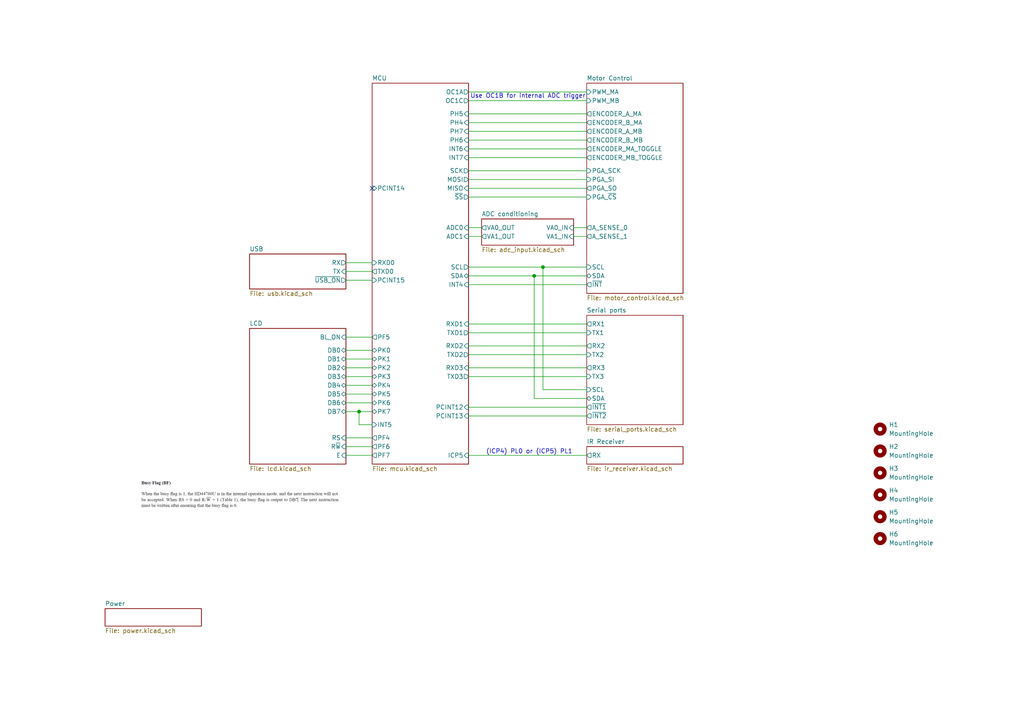
<source format=kicad_sch>
(kicad_sch (version 20250114) (generator "eeschema") (generator_version "9.0")
  (paper "A4")
  (title_block (date "mar. 31 mars 2015"))
  (lib_symbols
    (symbol "Mechanical:MountingHole" (pin_names (offset 1.016)) (in_bom no)
      (property "Reference" "H" (at 0 5.08 0))
      (property "Value" "MountingHole" (at 0 3.175 0))
      (symbol "MountingHole_0_1"
        (circle (center 0 0) (radius 1.27) (stroke (width 1.27)))
      )
    )
  )
  (text "Use OC1B for internal ADC trigger" (at 136.398 27.94 0) (effects (font (size 1.27 1.27)) (justify left)))
  (text "(ICP4) PL0 or (ICP5) PL1" (at 140.97 131.064 0) (effects (font (size 1.27 1.27)) (justify left)))
  (junction (at 154.94 80.01))
  (junction (at 104.14 119.38))
  (junction (at 157.48 77.47))
  (no_connect (at 107.95 54.61))
  (wire (pts (xy 100.33 129.54) (xy 107.95 129.54)))
  (wire (pts (xy 100.33 81.28) (xy 107.95 81.28)))
  (wire (pts (xy 135.89 82.55) (xy 170.18 82.55)))
  (wire (pts (xy 135.89 96.52) (xy 170.18 96.52)))
  (wire (pts (xy 135.89 66.04) (xy 139.7 66.04)))
  (wire (pts (xy 157.48 113.03) (xy 157.48 77.47)))
  (wire (pts (xy 157.48 77.47) (xy 170.18 77.47)))
  (wire (pts (xy 100.33 109.22) (xy 107.95 109.22)))
  (wire (pts (xy 135.89 29.21) (xy 170.18 29.21)))
  (wire (pts (xy 135.89 40.64) (xy 170.18 40.64)))
  (wire (pts (xy 166.37 68.58) (xy 170.18 68.58)))
  (wire (pts (xy 135.89 38.1) (xy 170.18 38.1)))
  (wire (pts (xy 104.14 123.19) (xy 104.14 119.38)))
  (wire (pts (xy 100.33 101.6) (xy 107.95 101.6)))
  (wire (pts (xy 135.89 93.98) (xy 170.18 93.98)))
  (wire (pts (xy 100.33 78.74) (xy 107.95 78.74)))
  (wire (pts (xy 100.33 111.76) (xy 107.95 111.76)))
  (wire (pts (xy 135.89 49.53) (xy 170.18 49.53)))
  (wire (pts (xy 135.89 132.08) (xy 170.18 132.08)))
  (wire (pts (xy 135.89 120.65) (xy 170.18 120.65)))
  (wire (pts (xy 135.89 77.47) (xy 157.48 77.47)))
  (wire (pts (xy 135.89 43.18) (xy 170.18 43.18)))
  (wire (pts (xy 135.89 109.22) (xy 170.18 109.22)))
  (wire (pts (xy 135.89 100.33) (xy 170.18 100.33)))
  (wire (pts (xy 135.89 54.61) (xy 170.18 54.61)))
  (wire (pts (xy 135.89 106.68) (xy 170.18 106.68)))
  (wire (pts (xy 100.33 104.14) (xy 107.95 104.14)))
  (wire (pts (xy 100.33 127) (xy 107.95 127)))
  (wire (pts (xy 135.89 80.01) (xy 154.94 80.01)))
  (wire (pts (xy 135.89 35.56) (xy 170.18 35.56)))
  (wire (pts (xy 104.14 119.38) (xy 107.95 119.38)))
  (wire (pts (xy 100.33 119.38) (xy 104.14 119.38)))
  (wire (pts (xy 135.89 52.07) (xy 170.18 52.07)))
  (wire (pts (xy 100.33 114.3) (xy 107.95 114.3)))
  (wire (pts (xy 107.95 123.19) (xy 104.14 123.19)))
  (wire (pts (xy 157.48 113.03) (xy 170.18 113.03)))
  (wire (pts (xy 154.94 80.01) (xy 170.18 80.01)))
  (wire (pts (xy 135.89 68.58) (xy 139.7 68.58)))
  (wire (pts (xy 154.94 115.57) (xy 170.18 115.57)))
  (wire (pts (xy 100.33 132.08) (xy 107.95 132.08)))
  (wire (pts (xy 100.33 97.79) (xy 107.95 97.79)))
  (wire (pts (xy 135.89 118.11) (xy 170.18 118.11)))
  (wire (pts (xy 100.33 76.2) (xy 107.95 76.2)))
  (wire (pts (xy 100.33 106.68) (xy 107.95 106.68)))
  (wire (pts (xy 154.94 115.57) (xy 154.94 80.01)))
  (wire (pts (xy 135.89 57.15) (xy 170.18 57.15)))
  (wire (pts (xy 100.33 116.84) (xy 107.95 116.84)))
  (wire (pts (xy 135.89 45.72) (xy 170.18 45.72)))
  (wire (pts (xy 135.89 26.67) (xy 170.18 26.67)))
  (wire (pts (xy 135.89 102.87) (xy 170.18 102.87)))
  (wire (pts (xy 166.37 66.04) (xy 170.18 66.04)))
  (wire (pts (xy 135.89 33.02) (xy 170.18 33.02)))
  (image (at 69.85 143.51) (scale 0.679773))
  (symbol (lib_id "Mechanical:MountingHole") (at 255.27 156.21 0) (unit 1) (in_bom no)
    (property "Reference" "H6" (at 257.81 154.9399 0) (effects (justify left)))
    (property "Value" "MountingHole" (at 257.81 157.4799 0) (effects (justify left)))
    (property "Footprint" "MountingHole:MountingHole_3.2mm_M3" (effects (hide yes)))
    (property "Description" "Mounting Hole without connection" (effects (hide yes)))
  )
  (symbol (lib_id "Mechanical:MountingHole") (at 255.27 124.46 0) (unit 1) (in_bom no)
    (property "Reference" "H1" (at 257.81 123.1899 0) (effects (justify left)))
    (property "Value" "MountingHole" (at 257.81 125.7299 0) (effects (justify left)))
    (property "Footprint" "MountingHole:MountingHole_3.2mm_M3" (effects (hide yes)))
    (property "Description" "Mounting Hole without connection" (effects (hide yes)))
  )
  (symbol (lib_id "Mechanical:MountingHole") (at 255.27 137.16 0) (unit 1) (in_bom no)
    (property "Reference" "H3" (at 257.81 135.8899 0) (effects (justify left)))
    (property "Value" "MountingHole" (at 257.81 138.4299 0) (effects (justify left)))
    (property "Footprint" "MountingHole:MountingHole_3.2mm_M3" (effects (hide yes)))
    (property "Description" "Mounting Hole without connection" (effects (hide yes)))
  )
  (symbol (lib_id "Mechanical:MountingHole") (at 255.27 130.81 0) (unit 1) (in_bom no)
    (property "Reference" "H2" (at 257.81 129.5399 0) (effects (justify left)))
    (property "Value" "MountingHole" (at 257.81 132.0799 0) (effects (justify left)))
    (property "Footprint" "MountingHole:MountingHole_3.2mm_M3" (effects (hide yes)))
    (property "Description" "Mounting Hole without connection" (effects (hide yes)))
  )
  (symbol (lib_id "Mechanical:MountingHole") (at 255.27 143.51 0) (unit 1) (in_bom no)
    (property "Reference" "H4" (at 257.81 142.2399 0) (effects (justify left)))
    (property "Value" "MountingHole" (at 257.81 144.7799 0) (effects (justify left)))
    (property "Footprint" "MountingHole:MountingHole_3.2mm_M3" (effects (hide yes)))
    (property "Description" "Mounting Hole without connection" (effects (hide yes)))
  )
  (symbol (lib_id "Mechanical:MountingHole") (at 255.27 149.86 0) (unit 1) (in_bom no)
    (property "Reference" "H5" (at 257.81 148.5899 0) (effects (justify left)))
    (property "Value" "MountingHole" (at 257.81 151.1299 0) (effects (justify left)))
    (property "Footprint" "MountingHole:MountingHole_3.2mm_M3" (effects (hide yes)))
    (property "Description" "Mounting Hole without connection" (effects (hide yes)))
  )
  (sheet (at 170.18 129.54) (size 27.94 5.08) (stroke (width 0.1524))
    (property "Sheetname" "IR Receiver" (at 170.18 128.8284 0) (effects (justify left bottom)))
    (property "Sheetfile" "ir_receiver.kicad_sch" (at 170.18 135.2046 0) (effects (justify left top)))
    (pin "RX" output (at 170.18 132.08 180))
  )
  (sheet (at 139.7 63.5) (size 26.67 7.62) (stroke (width 0.1524))
    (property "Sheetname" "ADC conditioning" (at 139.7 62.7884 0) (effects (justify left bottom)))
    (property "Sheetfile" "adc_input.kicad_sch" (at 139.7 71.7046 0) (effects (justify left top)))
    (pin "VA0_IN" input (at 166.37 66.04 0))
    (pin "VA0_OUT" output (at 139.7 66.04 180))
    (pin "VA1_IN" input (at 166.37 68.58 0))
    (pin "VA1_OUT" output (at 139.7 68.58 180))
  )
  (sheet (at 107.95 24.13) (size 27.94 110.49) (stroke (width 0.1524))
    (property "Sheetname" "MCU" (at 107.95 23.4184 0) (effects (justify left bottom)))
    (property "Sheetfile" "mcu.kicad_sch" (at 107.95 135.2046 0) (effects (justify left top)))
    (pin "OC1A" output (at 135.89 26.67 0))
    (pin "OC1C" output (at 135.89 29.21 0))
    (pin "ADC0" input (at 135.89 66.04 0))
    (pin "ADC1" input (at 135.89 68.58 0))
    (pin "MISO" input (at 135.89 54.61 0))
    (pin "MOSI" output (at 135.89 52.07 0))
    (pin "SCK" output (at 135.89 49.53 0))
    (pin "SCL" output (at 135.89 77.47 0))
    (pin "SDA" bidirectional (at 135.89 80.01 0))
    (pin "RXD1" input (at 135.89 93.98 0))
    (pin "RXD2" input (at 135.89 100.33 0))
    (pin "RXD3" input (at 135.89 106.68 0))
    (pin "TXD1" output (at 135.89 96.52 0))
    (pin "TXD2" output (at 135.89 102.87 0))
    (pin "TXD3" output (at 135.89 109.22 0))
    (pin "~{SS}" output (at 135.89 57.15 0))
    (pin "RXD0" input (at 107.95 76.2 180))
    (pin "TXD0" output (at 107.95 78.74 180))
    (pin "INT5" input (at 107.95 123.19 180))
    (pin "INT6" input (at 135.89 43.18 0))
    (pin "INT7" input (at 135.89 45.72 0))
    (pin "PK0" bidirectional (at 107.95 101.6 180))
    (pin "PK1" bidirectional (at 107.95 104.14 180))
    (pin "PK2" bidirectional (at 107.95 106.68 180))
    (pin "PK3" bidirectional (at 107.95 109.22 180))
    (pin "PK4" bidirectional (at 107.95 111.76 180))
    (pin "PK5" bidirectional (at 107.95 114.3 180))
    (pin "PK6" bidirectional (at 107.95 116.84 180))
    (pin "PK7" bidirectional (at 107.95 119.38 180))
    (pin "INT4" input (at 135.89 82.55 0))
    (pin "PCINT12" input (at 135.89 118.11 0))
    (pin "PCINT13" input (at 135.89 120.65 0))
    (pin "PCINT14" input (at 107.95 54.61 180))
    (pin "PCINT15" input (at 107.95 81.28 180))
    (pin "PH4" input (at 135.89 35.56 0))
    (pin "PH5" input (at 135.89 33.02 0))
    (pin "PH6" input (at 135.89 40.64 0))
    (pin "PH7" input (at 135.89 38.1 0))
    (pin "PF4" output (at 107.95 127 180))
    (pin "PF5" output (at 107.95 97.79 180))
    (pin "PF6" output (at 107.95 129.54 180))
    (pin "PF7" output (at 107.95 132.08 180))
    (pin "ICP5" input (at 135.89 132.08 0))
  )
  (sheet (at 72.39 73.66) (size 27.94 10.16) (stroke (width 0.1524))
    (property "Sheetname" "USB" (at 72.39 72.9484 0) (effects (justify left bottom)))
    (property "Sheetfile" "usb.kicad_sch" (at 72.39 84.4046 0) (effects (justify left top)))
    (pin "~{USB_ON}" output (at 100.33 81.28 0))
    (pin "RX" output (at 100.33 76.2 0))
    (pin "TX" input (at 100.33 78.74 0))
  )
  (sheet (at 170.18 91.44) (size 27.94 31.75) (stroke (width 0.1524))
    (property "Sheetname" "Serial ports" (at 170.18 90.7284 0) (effects (justify left bottom)))
    (property "Sheetfile" "serial_ports.kicad_sch" (at 170.18 123.7746 0) (effects (justify left top)))
    (pin "RX1" output (at 170.18 93.98 180))
    (pin "SCL" input (at 170.18 113.03 180))
    (pin "SDA" bidirectional (at 170.18 115.57 180))
    (pin "TX1" input (at 170.18 96.52 180))
    (pin "RX2" output (at 170.18 100.33 180))
    (pin "TX2" input (at 170.18 102.87 180))
    (pin "RX3" output (at 170.18 106.68 180))
    (pin "TX3" input (at 170.18 109.22 180))
    (pin "~{INT1}" output (at 170.18 118.11 180))
    (pin "~{INT2}" output (at 170.18 120.65 180))
  )
  (sheet (at 30.48 176.53) (size 27.94 5.08) (stroke (width 0.1524))
    (property "Sheetname" "Power" (at 30.48 175.8184 0) (effects (justify left bottom)))
    (property "Sheetfile" "power.kicad_sch" (at 30.48 182.1946 0) (effects (justify left top)))
  )
  (sheet (at 72.39 95.25) (size 27.94 39.37) (stroke (width 0.1524))
    (property "Sheetname" "LCD" (at 72.39 94.5384 0) (effects (justify left bottom)))
    (property "Sheetfile" "lcd.kicad_sch" (at 72.39 135.2046 0) (effects (justify left top)))
    (pin "DB0" bidirectional (at 100.33 101.6 0))
    (pin "DB1" bidirectional (at 100.33 104.14 0))
    (pin "DB2" bidirectional (at 100.33 106.68 0))
    (pin "DB3" bidirectional (at 100.33 109.22 0))
    (pin "DB4" bidirectional (at 100.33 111.76 0))
    (pin "DB5" bidirectional (at 100.33 114.3 0))
    (pin "DB6" bidirectional (at 100.33 116.84 0))
    (pin "DB7" bidirectional (at 100.33 119.38 0))
    (pin "E" input (at 100.33 132.08 0))
    (pin "RS" input (at 100.33 127 0))
    (pin "R~{W}" input (at 100.33 129.54 0))
    (pin "BL_ON" input (at 100.33 97.79 0))
  )
  (sheet (at 170.18 24.13) (size 27.94 60.96) (stroke (width 0.1524))
    (property "Sheetname" "Motor Control" (at 170.18 23.4184 0) (effects (justify left bottom)))
    (property "Sheetfile" "motor_control.kicad_sch" (at 170.18 85.6746 0) (effects (justify left top)))
    (pin "A_SENSE_0" output (at 170.18 66.04 180))
    (pin "A_SENSE_1" output (at 170.18 68.58 180))
    (pin "ENCODER_A_MA" output (at 170.18 33.02 180))
    (pin "ENCODER_A_MB" output (at 170.18 38.1 180))
    (pin "ENCODER_B_MA" output (at 170.18 35.56 180))
    (pin "ENCODER_B_MB" output (at 170.18 40.64 180))
    (pin "PGA_SCK" input (at 170.18 49.53 180))
    (pin "PGA_SI" input (at 170.18 52.07 180))
    (pin "PGA_SO" output (at 170.18 54.61 180))
    (pin "PWM_MA" input (at 170.18 26.67 180))
    (pin "PWM_MB" input (at 170.18 29.21 180))
    (pin "PGA_~{CS}" input (at 170.18 57.15 180))
    (pin "SCL" input (at 170.18 77.47 180))
    (pin "SDA" bidirectional (at 170.18 80.01 180))
    (pin "~{INT}" output (at 170.18 82.55 180))
    (pin "ENCODER_MA_TOGGLE" output (at 170.18 43.18 180))
    (pin "ENCODER_MB_TOGGLE" output (at 170.18 45.72 180))
  )
)
</source>
